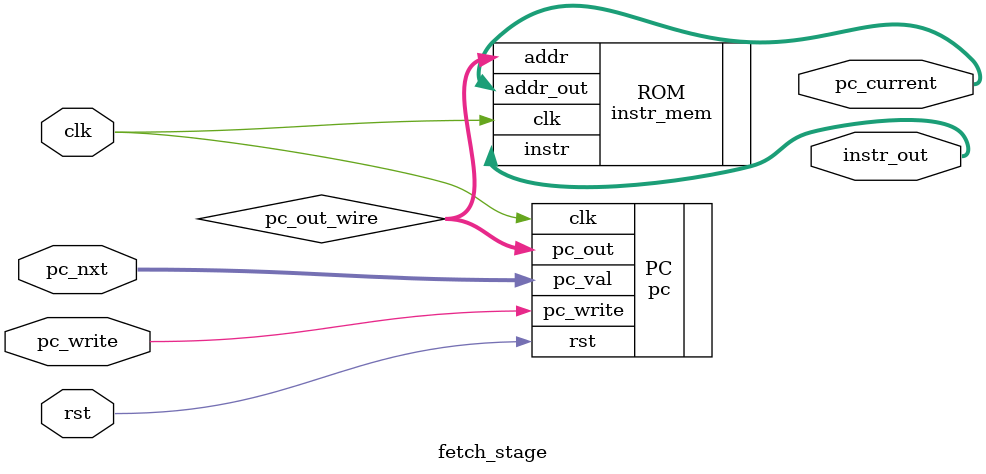
<source format=v>
module fetch_stage(
    output [31:0] instr_out,
    output [31:0] pc_current,
    input  [31:0] pc_nxt,
    input         pc_write,
    input         clk,
    input         rst
);

wire [31:0] pc_out_wire;
wire [31:0] instr_rom_wire;

pc PC(
    .pc_out (pc_out_wire),
    .pc_val (pc_nxt),
    .pc_write (pc_write),
    .clk (clk),
    .rst (rst)
);

instr_mem ROM(
    .instr (instr_out),
    .addr_out(pc_current),
    .addr (pc_out_wire),
    .clk (clk)
);

endmodule

</source>
